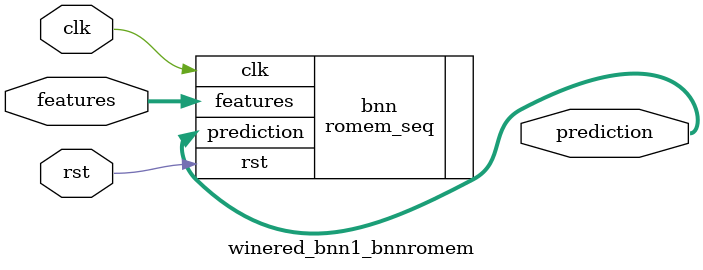
<source format=v>













module winered_bnn1_bnnromem #(

parameter FEAT_CNT = 11,
parameter HIDDEN_CNT = 40,
parameter FEAT_BITS = 4,
parameter CLASS_CNT = 6,
parameter TEST_CNT = 1000


  ) (
  input clk,
  input rst,
  input [FEAT_CNT*FEAT_BITS-1:0] features,
  output [$clog2(CLASS_CNT)-1:0] prediction
  );

  localparam Weights0 = 440'b11101100111111100100101100110010011011110110111111101101011011000101100010011000011100010100101010010000111110001110100110011010100011010100001101110011000000011110001100111000111000000010110101110111101111111000101110110001010110011111100000101010011100101001111011101110111001010100110111000110111111000101110111100001000000011011111010111001101100001010010111011100011001101010110110010000011110100000101000110010000011100000000110011000 ;
  localparam Weights1 = 240'b101011110101010111101111010101000101111001101110110011111110010011110100100011101000101011111101111001010101001011000101101011100011011000100010000100100000001111000110100000011011100000011101001111010010001011110000001101110000010000111001 ;

  romem_seq #(.FEAT_CNT(FEAT_CNT),.FEAT_BITS(FEAT_BITS),.HIDDEN_CNT(HIDDEN_CNT),.CLASS_CNT(CLASS_CNT),.Weights0(Weights0),.Weights1(Weights1)) bnn (
    .clk(clk),
    .rst(rst),
    .features(features),
    .prediction(prediction)
  );

endmodule

</source>
